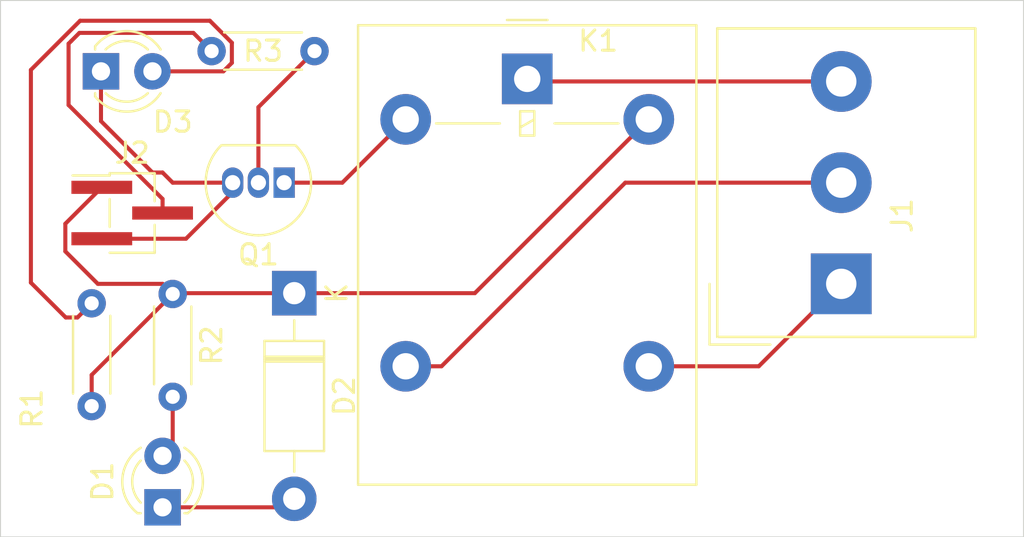
<source format=kicad_pcb>
(kicad_pcb (version 20240108) (generator "pcbnew") (generator_version "8.0")
  (layers (0 "F.Cu" signal) (31 "B.Cu" signal) (34 "B.Paste" user) (35 "F.Paste" user) (36 "B.SilkS" user "B.Silkscreen") (37 "F.SilkS" user "F.Silkscreen") (38 "B.Mask" user) (39 "F.Mask" user) (44 "Edge.Cuts" user))
  (net 0 "")
  (net 1 "Net-(D1-K)")
  (net 2 "Net-(D1-A)")
  (net 3 "Net-(D2-K)")
  (net 4 "Net-(D3-A)")
  (net 5 "Net-(D3-K)")
  (net 6 "Net-(J1-Pin_3)")
  (net 7 "Net-(J1-Pin_1)")
  (net 8 "Net-(J1-Pin_2)")
  (net 9 "Net-(J2-Pin_2)")
  (net 10 "Net-(Q1-C)")
  (net 11 "Net-(Q1-B)")
  (footprint "LED_THT:LED_D3.0mm" (layer "F.Cu") (at 118.46 73.5)
    (property "Reference" "D3" (at 3.54 2.5 0) (layer "F.SilkS"))
    (property "Value" "LED")
    (fp_line (start -0.29 -1.236) (end -0.29 -1.08) (stroke (width 0.12)) (layer "F.SilkS"))
    (fp_line (start -0.29 1.08) (end -0.29 1.236) (stroke (width 0.12)) (layer "F.SilkS"))
    (fp_arc (start -0.29 -1.235516) (mid 1.366487 -1.987659) (end 2.942335 -1.078608) (stroke (width 0.12)) (layer "F.SilkS"))
    (fp_arc (start 0.229039 -1.08) (mid 1.270117 -1.5) (end 2.31113 -1.079837) (stroke (width 0.12)) (layer "F.SilkS"))
    (fp_arc (start 2.31113 1.079837) (mid 1.270117 1.5) (end 0.229039 1.08) (stroke (width 0.12)) (layer "F.SilkS"))
    (fp_arc (start 2.942335 1.078608) (mid 1.366487 1.987659) (end -0.29 1.235516) (stroke (width 0.12)) (layer "F.SilkS"))
    (pad "1" thru_hole rect (at 0 0) (size 1.8 1.8) (drill 0.9) (layers "*.Cu" "*.Mask") (net 5 "Net-(D3-K)"))
    (pad "2" thru_hole circle (at 2.54 0) (size 1.8 1.8) (drill 0.9) (layers "*.Cu" "*.Mask") (net 4 "Net-(D3-A)"))
  )
  (footprint "Resistor_THT:R_Axial_DIN0204_L3.6mm_D1.6mm_P5.08mm_Horizontal" (layer "F.Cu") (at 118 90.04 90)
    (property "Reference" "R1" (at -0.13 -2.95 90) (layer "F.SilkS"))
    (property "Value" "R_US")
    (fp_line (start 0.62 -0.92) (end 4.46 -0.92) (stroke (width 0.12)) (layer "F.SilkS"))
    (fp_line (start 0.62 0.92) (end 4.46 0.92) (stroke (width 0.12)) (layer "F.SilkS"))
    (pad "1" thru_hole circle (at 0 0 90) (size 1.4 1.4) (drill 0.7) (layers "*.Cu" "*.Mask") (net 3 "Net-(D2-K)"))
    (pad "2" thru_hole oval (at 5.08 0 90) (size 1.4 1.4) (drill 0.7) (layers "*.Cu" "*.Mask") (net 4 "Net-(D3-A)"))
  )
  (footprint "Diode_THT:D_DO-41_SOD81_P10.16mm_Horizontal" (layer "F.Cu") (at 128 84.46 -90)
    (property "Reference" "D2" (at 5.08 -2.47 90) (layer "F.SilkS"))
    (property "Value" "1N4007")
    (fp_line (start 2.36 1.47) (end 7.8 1.47) (stroke (width 0.12)) (layer "F.SilkS"))
    (fp_line (start 7.8 1.47) (end 7.8 -1.47) (stroke (width 0.12)) (layer "F.SilkS"))
    (fp_line (start 1.34 0) (end 2.36 0) (stroke (width 0.12)) (layer "F.SilkS"))
    (fp_line (start 8.82 0) (end 7.8 0) (stroke (width 0.12)) (layer "F.SilkS"))
    (fp_line (start 2.36 -1.47) (end 2.36 1.47) (stroke (width 0.12)) (layer "F.SilkS"))
    (fp_line (start 3.14 -1.47) (end 3.14 1.47) (stroke (width 0.12)) (layer "F.SilkS"))
    (fp_line (start 3.26 -1.47) (end 3.26 1.47) (stroke (width 0.12)) (layer "F.SilkS"))
    (fp_line (start 3.38 -1.47) (end 3.38 1.47) (stroke (width 0.12)) (layer "F.SilkS"))
    (fp_line (start 7.8 -1.47) (end 2.36 -1.47) (stroke (width 0.12)) (layer "F.SilkS"))
    (fp_text user "K" (at 0 -2.1 90) (layer "F.SilkS"))
    (pad "1" thru_hole rect (at 0 0 270) (size 2.2 2.2) (drill 1.1) (layers "*.Cu" "*.Mask") (net 3 "Net-(D2-K)"))
    (pad "2" thru_hole oval (at 10.16 0 270) (size 2.2 2.2) (drill 1.1) (layers "*.Cu" "*.Mask") (net 1 "Net-(D1-K)"))
  )
  (footprint "Resistor_THT:R_Axial_DIN0204_L3.6mm_D1.6mm_P5.08mm_Horizontal" (layer "F.Cu") (at 123.92 72.5)
    (property "Reference" "R3" (at 2.54 0 0) (layer "F.SilkS"))
    (property "Value" "R_US")
    (fp_line (start 0.62 -0.92) (end 4.46 -0.92) (stroke (width 0.12)) (layer "F.SilkS"))
    (fp_line (start 0.62 0.92) (end 4.46 0.92) (stroke (width 0.12)) (layer "F.SilkS"))
    (pad "1" thru_hole circle (at 0 0) (size 1.4 1.4) (drill 0.7) (layers "*.Cu" "*.Mask") (net 9 "Net-(J2-Pin_2)"))
    (pad "2" thru_hole oval (at 5.08 0) (size 1.4 1.4) (drill 0.7) (layers "*.Cu" "*.Mask") (net 11 "Net-(Q1-B)"))
  )
  (footprint "Package_TO_SOT_THT:TO-92_Inline" (layer "F.Cu") (at 127.5 79 180)
    (property "Reference" "Q1" (at 1.27 -3.56 0) (layer "F.SilkS"))
    (property "Value" "BC547")
    (fp_line (start -0.53 1.85) (end 3.07 1.85) (stroke (width 0.12)) (layer "F.SilkS"))
    (fp_arc (start 1.27 -2.6) (mid 3.672087 -0.994977) (end 3.108478 1.838478) (stroke (width 0.12)) (layer "F.SilkS"))
    (fp_arc (start -0.568478 1.838478) (mid -1.132087 -0.994977) (end 1.27 -2.6) (stroke (width 0.12)) (layer "F.SilkS"))
    (pad "1" thru_hole rect (at 0 0 180) (size 1.05 1.5) (drill 0.75) (layers "*.Cu" "*.Mask") (net 10 "Net-(Q1-C)"))
    (pad "2" thru_hole oval (at 1.27 0 180) (size 1.05 1.5) (drill 0.75) (layers "*.Cu" "*.Mask") (net 11 "Net-(Q1-B)"))
    (pad "3" thru_hole oval (at 2.54 0 180) (size 1.05 1.5) (drill 0.75) (layers "*.Cu" "*.Mask") (net 5 "Net-(D3-K)"))
  )
  (footprint "LED_THT:LED_D3.0mm" (layer "F.Cu") (at 121.5 95.04 90)
    (property "Reference" "D1" (at 1.27 -2.96 90) (layer "F.SilkS"))
    (property "Value" "LED")
    (fp_line (start -0.29 -1.236) (end -0.29 -1.08) (stroke (width 0.12)) (layer "F.SilkS"))
    (fp_line (start -0.29 1.08) (end -0.29 1.236) (stroke (width 0.12)) (layer "F.SilkS"))
    (fp_arc (start -0.29 -1.235516) (mid 1.366487 -1.987659) (end 2.942335 -1.078608) (stroke (width 0.12)) (layer "F.SilkS"))
    (fp_arc (start 0.229039 -1.08) (mid 1.270117 -1.5) (end 2.31113 -1.079837) (stroke (width 0.12)) (layer "F.SilkS"))
    (fp_arc (start 2.942335 1.078608) (mid 1.366487 1.987659) (end -0.29 1.235516) (stroke (width 0.12)) (layer "F.SilkS"))
    (fp_arc (start 2.31113 1.079837) (mid 1.270117 1.5) (end 0.229039 1.08) (stroke (width 0.12)) (layer "F.SilkS"))
    (pad "1" thru_hole rect (at 0 0 90) (size 1.8 1.8) (drill 0.9) (layers "*.Cu" "*.Mask") (net 1 "Net-(D1-K)"))
    (pad "2" thru_hole circle (at 2.54 0 90) (size 1.8 1.8) (drill 0.9) (layers "*.Cu" "*.Mask") (net 2 "Net-(D1-A)"))
  )
  (footprint "TerminalBlock_Altech:Altech_AK300_1x03_P5.00mm_45-Degree" (layer "F.Cu") (at 155 84 90)
    (property "Reference" "J1" (at 3.3725 3 90) (layer "F.SilkS"))
    (property "Value" "Screw_Terminal_01x03")
    (fp_line (start -3 -6.5) (end 0 -6.5) (stroke (width 0.12)) (layer "F.SilkS"))
    (fp_line (start 12.62 -6.12) (end 12.62 6.62) (stroke (width 0.12)) (layer "F.SilkS"))
    (fp_line (start 12.62 -6.12) (end 12.62 6.62) (stroke (width 0.12)) (layer "F.SilkS"))
    (fp_line (start -2.62 -6.12) (end 12.62 -6.12) (stroke (width 0.12)) (layer "F.SilkS"))
    (fp_line (start -2.62 -6.12) (end 12.62 -6.12) (stroke (width 0.12)) (layer "F.SilkS"))
    (fp_line (start -2.62 -6.12) (end -2.62 6.62) (stroke (width 0.12)) (layer "F.SilkS"))
    (fp_line (start -2.62 -6.12) (end -2.62 6.62) (stroke (width 0.12)) (layer "F.SilkS"))
    (fp_line (start -3 -3.5) (end -3 -6.5) (stroke (width 0.12)) (layer "F.SilkS"))
    (fp_line (start -2.62 6.62) (end 12.62 6.62) (stroke (width 0.12)) (layer "F.SilkS"))
    (fp_line (start -2.62 6.62) (end 12.62 6.62) (stroke (width 0.12)) (layer "F.SilkS"))
    (pad "1" thru_hole rect (at 0 0 90) (size 3 3) (drill 1.5) (layers "*.Cu" "*.Mask") (net 7 "Net-(J1-Pin_1)"))
    (pad "2" thru_hole circle (at 5 0 90) (size 3 3) (drill 1.5) (layers "*.Cu" "*.Mask") (net 8 "Net-(J1-Pin_2)"))
    (pad "3" thru_hole circle (at 10 0 90) (size 3 3) (drill 1.5) (layers "*.Cu" "*.Mask") (net 6 "Net-(J1-Pin_3)"))
  )
  (footprint "Connector_PinHeader_1.27mm:PinHeader_1x03_P1.27mm_Vertical_SMD_Pin1Left" (layer "F.Cu") (at 120 80.5)
    (property "Reference" "J2" (at 0 -2.965 0) (layer "F.SilkS"))
    (property "Value" "Conn_01x03_Pin")
    (fp_line (start -1.11 -1.965) (end -1.11 -1.855) (stroke (width 0.12)) (layer "F.SilkS"))
    (fp_line (start -1.11 -1.965) (end 1.11 -1.965) (stroke (width 0.12)) (layer "F.SilkS"))
    (fp_line (start -1.11 -1.855) (end -2.94 -1.855) (stroke (width 0.12)) (layer "F.SilkS"))
    (fp_line (start -1.11 -0.685) (end -1.11 0.685) (stroke (width 0.12)) (layer "F.SilkS"))
    (fp_line (start -1.11 1.965) (end 1.11 1.965) (stroke (width 0.12)) (layer "F.SilkS"))
    (fp_line (start 1.11 -1.955) (end 1.11 -0.585) (stroke (width 0.12)) (layer "F.SilkS"))
    (fp_line (start 1.11 0.585) (end 1.11 1.955) (stroke (width 0.12)) (layer "F.SilkS"))
    (fp_line (start 1.11 1.855) (end 1.11 1.965) (stroke (width 0.12)) (layer "F.SilkS"))
    (pad "1" smd rect (at -1.5 -1.27) (size 3 0.65) (layers "F.Cu" "F.Paste" "F.Mask") (net 3 "Net-(D2-K)"))
    (pad "2" smd rect (at 1.5 0) (size 3 0.65) (layers "F.Cu" "F.Paste" "F.Mask") (net 9 "Net-(J2-Pin_2)"))
    (pad "3" smd rect (at -1.5 1.27) (size 3 0.65) (layers "F.Cu" "F.Paste" "F.Mask") (net 5 "Net-(D3-K)"))
  )
  (footprint "Resistor_THT:R_Axial_DIN0204_L3.6mm_D1.6mm_P5.08mm_Horizontal" (layer "F.Cu") (at 122 84.5 -90)
    (property "Reference" "R2" (at 2.54 -1.92 90) (layer "F.SilkS"))
    (property "Value" "R_US")
    (fp_line (start 0.62 0.92) (end 4.46 0.92) (stroke (width 0.12)) (layer "F.SilkS"))
    (fp_line (start 0.62 -0.92) (end 4.46 -0.92) (stroke (width 0.12)) (layer "F.SilkS"))
    (pad "1" thru_hole circle (at 0 0 270) (size 1.4 1.4) (drill 0.7) (layers "*.Cu" "*.Mask") (net 3 "Net-(D2-K)"))
    (pad "2" thru_hole oval (at 5.08 0 270) (size 1.4 1.4) (drill 0.7) (layers "*.Cu" "*.Mask") (net 2 "Net-(D1-A)"))
  )
  (footprint "Relay_THT:Relay_SPDT_Omron-G5LE-1" (layer "F.Cu") (at 139.5 73.8725)
    (property "Reference" "K1" (at 3.5 -1.8725 0) (layer "F.SilkS"))
    (property "Value" "G5LE-1")
    (fp_line (start -8.35 -2.65) (end -8.35 20.05) (stroke (width 0.12)) (layer "F.SilkS"))
    (fp_line (start -8.35 20.05) (end 8.35 20.05) (stroke (width 0.12)) (layer "F.SilkS"))
    (fp_line (start -4.5 2.2) (end -1.35 2.2) (stroke (width 0.12)) (layer "F.SilkS"))
    (fp_line (start -1 -2.91) (end 1 -2.91) (stroke (width 0.12)) (layer "F.SilkS"))
    (fp_line (start -0.35 1.6) (end -0.35 2.8) (stroke (width 0.12)) (layer "F.SilkS"))
    (fp_line (start -0.35 2.4) (end 0.35 2) (stroke (width 0.12)) (layer "F.SilkS"))
    (fp_line (start -0.35 2.8) (end 0.35 2.8) (stroke (width 0.12)) (layer "F.SilkS"))
    (fp_line (start 0.35 1.6) (end -0.35 1.6) (stroke (width 0.12)) (layer "F.SilkS"))
    (fp_line (start 0.35 2.8) (end 0.35 1.6) (stroke (width 0.12)) (layer "F.SilkS"))
    (fp_line (start 1.35 2.2) (end 4.5 2.2) (stroke (width 0.12)) (layer "F.SilkS"))
    (fp_line (start 8.35 -2.65) (end -8.35 -2.65) (stroke (width 0.12)) (layer "F.SilkS"))
    (fp_line (start 8.35 20.05) (end 8.35 -2.65) (stroke (width 0.12)) (layer "F.SilkS"))
    (pad "1" thru_hole rect (at 0 0) (size 2.5 2.5) (drill 1.3) (layers "*.Cu" "*.Mask") (net 6 "Net-(J1-Pin_3)"))
    (pad "2" thru_hole oval (at -6 2) (size 2.5 2.5) (drill 1.3) (layers "*.Cu" "*.Mask") (net 10 "Net-(Q1-C)"))
    (pad "3" thru_hole oval (at -6 14.2) (size 2.5 2.5) (drill 1.3) (layers "*.Cu" "*.Mask") (net 8 "Net-(J1-Pin_2)"))
    (pad "4" thru_hole oval (at 6 14.2) (size 2.5 2.5) (drill 1.3) (layers "*.Cu" "*.Mask") (net 7 "Net-(J1-Pin_1)"))
    (pad "5" thru_hole oval (at 6 2) (size 2.5 2.5) (drill 1.3) (layers "*.Cu" "*.Mask") (net 3 "Net-(D2-K)"))
  )
  (gr_rect (start 113.5 70) (end 164 96.5) (stroke (width 0.05)) (fill none) (layer "Edge.Cuts"))
  (segment (start 121.5 95.04) (end 127.58 95.04) (width 0.2) (layer "F.Cu") (net 1))
  (segment (start 127.58 95.04) (end 128 94.62) (width 0.2) (layer "F.Cu") (net 1))
  (segment (start 122 89.58) (end 122 92) (width 0.2) (layer "F.Cu") (net 2))
  (segment (start 122 92) (end 121.5 92.5) (width 0.2) (layer "F.Cu") (net 2))
  (segment (start 128 84.46) (end 136.9125 84.46) (width 0.2) (layer "F.Cu") (net 3))
  (segment (start 122.5 84.5) (end 122.54 84.46) (width 0.2) (layer "F.Cu") (net 3))
  (segment (start 122 84.5) (end 118 88.5) (width 0.2) (layer "F.Cu") (net 3))
  (segment (start 122.54 84.46) (end 128 84.46) (width 0.2) (layer "F.Cu") (net 3))
  (segment (start 118 88.5) (end 118 90.04) (width 0.2) (layer "F.Cu") (net 3))
  (segment (start 122 84.5) (end 122.5 84.5) (width 0.2) (layer "F.Cu") (net 3))
  (segment (start 121.5 84) (end 122 84.5) (width 0.2) (layer "F.Cu") (net 3))
  (segment (start 116.7 81.03) (end 116.7 82.395) (width 0.2) (layer "F.Cu") (net 3))
  (segment (start 118.5 79.23) (end 116.7 81.03) (width 0.2) (layer "F.Cu") (net 3))
  (segment (start 118.305 84) (end 121.5 84) (width 0.2) (layer "F.Cu") (net 3))
  (segment (start 116.7 82.395) (end 118.305 84) (width 0.2) (layer "F.Cu") (net 3))
  (segment (start 136.9125 84.46) (end 145.5 75.8725) (width 0.2) (layer "F.Cu") (net 3))
  (segment (start 124.92 73.08) (end 124.5 73.5) (width 0.2) (layer "F.Cu") (net 4))
  (segment (start 117.428628 71) (end 123.834214 71) (width 0.2) (layer "F.Cu") (net 4))
  (segment (start 115 83.9399) (end 115 73.428628) (width 0.2) (layer "F.Cu") (net 4))
  (segment (start 115 73.428628) (end 117.428628 71) (width 0.2) (layer "F.Cu") (net 4))
  (segment (start 117.3 85.66) (end 116.7201 85.66) (width 0.2) (layer "F.Cu") (net 4))
  (segment (start 116.7201 85.66) (end 115 83.9399) (width 0.2) (layer "F.Cu") (net 4))
  (segment (start 124.92 72.085786) (end 124.92 73.08) (width 0.2) (layer "F.Cu") (net 4))
  (segment (start 123.834214 71) (end 124.92 72.085786) (width 0.2) (layer "F.Cu") (net 4))
  (segment (start 124.5 73.5) (end 121 73.5) (width 0.2) (layer "F.Cu") (net 4))
  (segment (start 118 84.96) (end 117.3 85.66) (width 0.2) (layer "F.Cu") (net 4))
  (segment (start 121.5 78.5) (end 122 79) (width 0.2) (layer "F.Cu") (net 5))
  (segment (start 121 78.5) (end 121.5 78.5) (width 0.2) (layer "F.Cu") (net 5))
  (segment (start 122 79) (end 124.96 79) (width 0.2) (layer "F.Cu") (net 5))
  (segment (start 118.5 81.77) (end 122.655 81.77) (width 0.2) (layer "F.Cu") (net 5))
  (segment (start 121 78.5) (end 118.46 75.96) (width 0.2) (layer "F.Cu") (net 5))
  (segment (start 124.96 79.465) (end 124.96 79) (width 0.2) (layer "F.Cu") (net 5))
  (segment (start 122.655 81.77) (end 124.96 79.465) (width 0.2) (layer "F.Cu") (net 5))
  (segment (start 118.46 75.96) (end 118.46 73.5) (width 0.2) (layer "F.Cu") (net 5))
  (segment (start 155 74) (end 139.6275 74) (width 0.2) (layer "F.Cu") (net 6))
  (segment (start 139.6275 74) (end 139.5 73.8725) (width 0.2) (layer "F.Cu") (net 6))
  (segment (start 145.5 88.0725) (end 150.9275 88.0725) (width 0.2) (layer "F.Cu") (net 7))
  (segment (start 150.9275 88.0725) (end 155 84) (width 0.2) (layer "F.Cu") (net 7))
  (segment (start 135.267766 88.0725) (end 144.340266 79) (width 0.2) (layer "F.Cu") (net 8))
  (segment (start 133.5 88.0725) (end 135.267766 88.0725) (width 0.2) (layer "F.Cu") (net 8))
  (segment (start 144.340266 79) (end 155 79) (width 0.2) (layer "F.Cu") (net 8))
  (segment (start 121.5 79.805) (end 116.86 75.165) (width 0.2) (layer "F.Cu") (net 9))
  (segment (start 116.86 75.165) (end 116.86 72.134314) (width 0.2) (layer "F.Cu") (net 9))
  (segment (start 117.394314 71.6) (end 123.02 71.6) (width 0.2) (layer "F.Cu") (net 9))
  (segment (start 116.86 72.134314) (end 116.997157 71.997157) (width 0.2) (layer "F.Cu") (net 9))
  (segment (start 121.5 80.5) (end 121.5 79.805) (width 0.2) (layer "F.Cu") (net 9))
  (segment (start 123.02 71.6) (end 123.92 72.5) (width 0.2) (layer "F.Cu") (net 9))
  (segment (start 116.997157 71.997157) (end 117.394314 71.6) (width 0.2) (layer "F.Cu") (net 9))
  (segment (start 130.3725 79) (end 133.5 75.8725) (width 0.2) (layer "F.Cu") (net 10))
  (segment (start 127.5 79) (end 130.3725 79) (width 0.2) (layer "F.Cu") (net 10))
  (segment (start 126.23 79) (end 126.23 75.27) (width 0.2) (layer "F.Cu") (net 11))
  (segment (start 126.23 75.27) (end 129 72.5) (width 0.2) (layer "F.Cu") (net 11))
)
</source>
